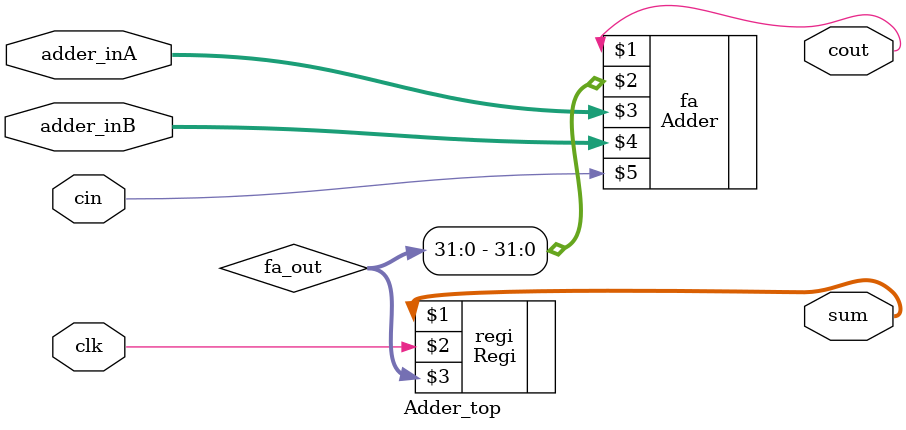
<source format=v>
`timescale 1ns / 1ps


module Adder_top(output cout, output [31:0]sum, input [31:0]adder_inA, input [31:0]adder_inB, input cin, input clk);
    wire [32:0]fa_out;
    Adder fa(cout, fa_out[31:0], adder_inA, adder_inB, cin);
    Regi regi(sum, clk, fa_out);
endmodule

</source>
